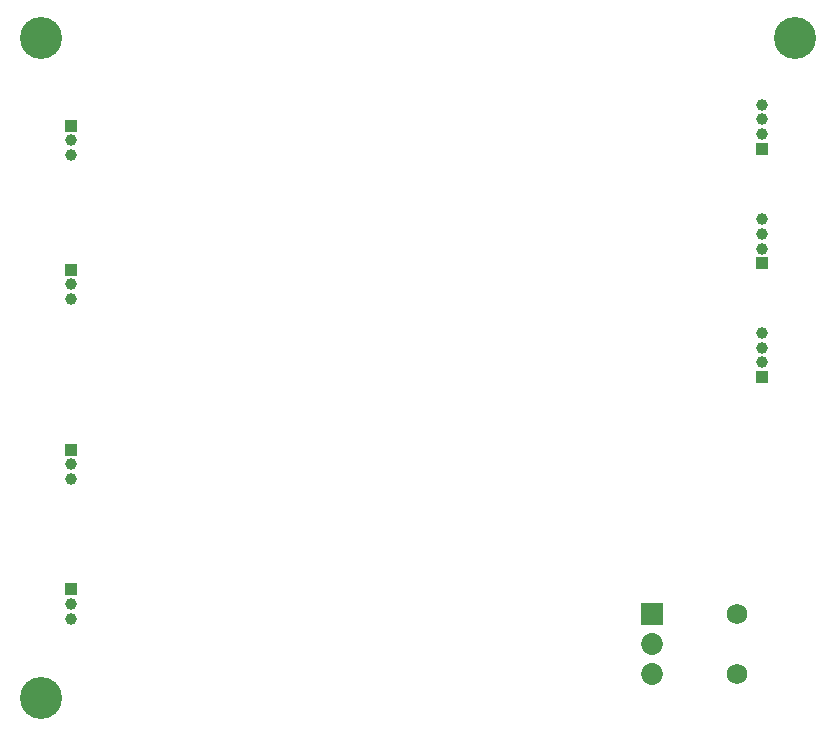
<source format=gbr>
%FSTAX23Y23*%
%MOIN*%
%SFA1B1*%

%IPPOS*%
%ADD27C,0.140000*%
%ADD30R,0.039464X0.039464*%
%ADD31C,0.039464*%
%ADD32R,0.072929X0.072929*%
%ADD33C,0.072929*%
%ADD34C,0.068992*%
%LNacoustics_4_soldermask_bot-1*%
%LPD*%
G54D27*
X00125Y0232D03*
Y0012D03*
X0264Y0232D03*
G54D30*
X0253Y01951D03*
X00225Y02029D03*
Y01549D03*
Y00949D03*
Y00485D03*
X0253Y0157D03*
Y0119D03*
G54D31*
X00225Y0193D03*
Y0198D03*
Y015D03*
Y0145D03*
Y0085D03*
Y009D03*
Y00435D03*
Y00386D03*
X0253Y02099D03*
Y0205D03*
Y02D03*
Y01619D03*
Y01668D03*
Y01717D03*
Y01338D03*
Y01289D03*
Y0124D03*
G54D32*
X02162Y004D03*
G54D33*
X02162Y00301D03*
Y00203D03*
G54D34*
X02445Y004D03*
Y00203D03*
M02*
</source>
